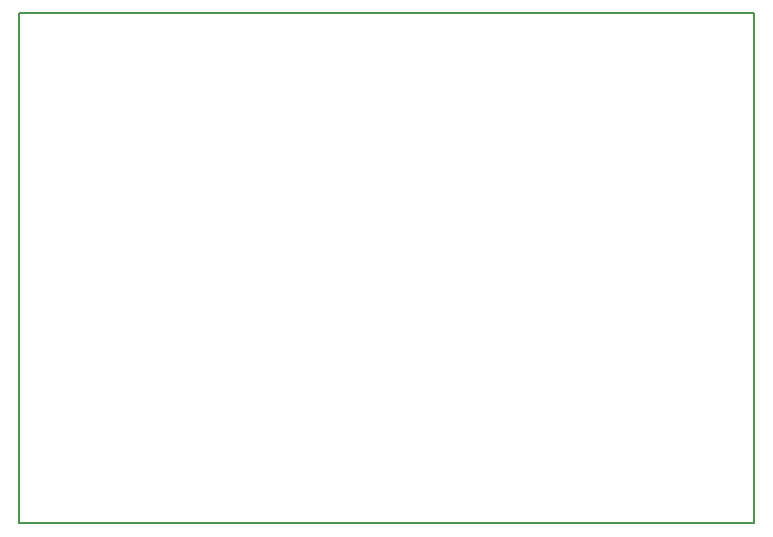
<source format=gbr>
G04 #@! TF.GenerationSoftware,KiCad,Pcbnew,5.0.2+dfsg1-1*
G04 #@! TF.CreationDate,2019-09-12T15:25:03-03:00*
G04 #@! TF.ProjectId,minicurso,6d696e69-6375-4727-936f-2e6b69636164,rev?*
G04 #@! TF.SameCoordinates,Original*
G04 #@! TF.FileFunction,Profile,NP*
%FSLAX46Y46*%
G04 Gerber Fmt 4.6, Leading zero omitted, Abs format (unit mm)*
G04 Created by KiCad (PCBNEW 5.0.2+dfsg1-1) date qui 12 set 2019 15:25:03 -03*
%MOMM*%
%LPD*%
G01*
G04 APERTURE LIST*
%ADD10C,0.150000*%
G04 APERTURE END LIST*
D10*
X119380000Y-80010000D02*
X105410000Y-80010000D01*
X119380000Y-80010000D02*
X119380000Y-36830000D01*
X57150000Y-36830000D02*
X119380000Y-36830000D01*
X57150000Y-80010000D02*
X57150000Y-36830000D01*
X107950000Y-80010000D02*
X57150000Y-80010000D01*
M02*

</source>
